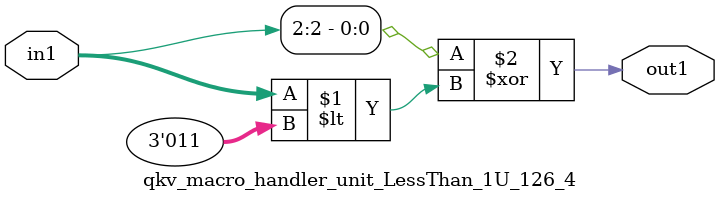
<source format=v>

`timescale 1ps / 1ps


module qkv_macro_handler_unit_LessThan_1U_126_4( in1, out1 );

    input [2:0] in1;
    output out1;

    
    // rtl_process:qkv_macro_handler_unit_LessThan_1U_126_4/qkv_macro_handler_unit_LessThan_1U_126_4_thread_1
    assign out1 = (in1[2] ^ in1 < 3'd3);

endmodule



</source>
